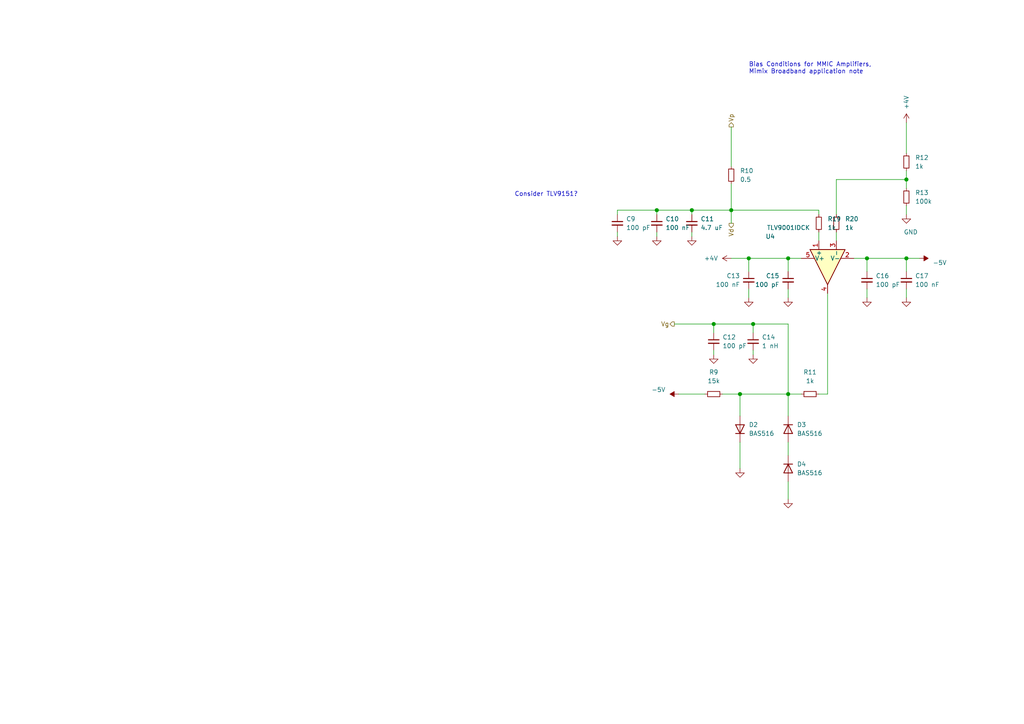
<source format=kicad_sch>
(kicad_sch (version 20210126) (generator eeschema)
  (paper "A4")
  (lib_symbols
    (symbol "Amplifier_Operational:TLV9001IDCK" (pin_names (offset 0.127))
      (property "Reference" "U" (at 7.62 2.54 0))
      (property "Value" "TLV9001IDCK" (at 11.43 -2.54 0))
      (symbol "TLV9001IDCK_0_1"
        (polyline (pts (xy -2.54 5.08) (xy -2.54 -5.08) (xy 7.62 0) (xy -2.54 5.08)) (stroke (width 0.254)) (fill (type background)))
      )
      (symbol "TLV9001IDCK_1_1"
        (pin input line (at -5.08 2.54 0) (length 2.54) (name "+") (number "1"))
        (pin power_in line (at 0 -7.62 90) (length 3.81) (name "V-") (number "2"))
        (pin input line (at -5.08 -2.54 0) (length 2.54) (name "-") (number "3"))
        (pin output line (at 10.16 0 180) (length 2.54) (name "~") (number "4"))
        (pin power_in line (at 0 7.62 270) (length 3.81) (name "V+") (number "5"))
      )
    )
    (symbol "Device:C_Small" (pin_numbers hide) (pin_names (offset 0.254) hide)
      (property "Reference" "C" (at 0.254 1.778 0))
      (property "Value" "C_Small" (at 0.254 -2.032 0))
      (symbol "C_Small_0_1"
        (polyline (pts (xy -1.524 -0.508) (xy 1.524 -0.508)) (stroke (width 0.3302)))
        (polyline (pts (xy -1.524 0.508) (xy 1.524 0.508)) (stroke (width 0.3048)))
      )
      (symbol "C_Small_1_1"
        (pin passive line (at 0 2.54 270) (length 2.032) (name "~") (number "1"))
        (pin passive line (at 0 -2.54 90) (length 2.032) (name "~") (number "2"))
      )
    )
    (symbol "Device:R_Small" (pin_numbers hide) (pin_names (offset 0.254) hide)
      (property "Reference" "R" (at 0.762 0.508 0))
      (property "Value" "R_Small" (at 0.762 -1.016 0))
      (symbol "R_Small_0_1"
        (rectangle (start -0.762 1.778) (end 0.762 -1.778) (stroke (width 0.2032)))
      )
      (symbol "R_Small_1_1"
        (pin passive line (at 0 2.54 270) (length 0.762) (name "~") (number "1"))
        (pin passive line (at 0 -2.54 90) (length 0.762) (name "~") (number "2"))
      )
    )
    (symbol "Diode:BAS516" (pin_numbers hide) (pin_names (offset 1.016) hide)
      (property "Reference" "D" (at 0 2.54 0))
      (property "Value" "BAS516" (at 0 -2.54 0))
      (symbol "BAS516_0_1"
        (polyline (pts (xy -1.27 1.27) (xy -1.27 -1.27)) (stroke (width 0.254)))
        (polyline (pts (xy 1.27 0) (xy -1.27 0)))
        (polyline (pts (xy 1.27 1.27) (xy 1.27 -1.27) (xy -1.27 0) (xy 1.27 1.27)) (stroke (width 0.254)))
      )
      (symbol "BAS516_1_1"
        (pin passive line (at -3.81 0 0) (length 2.54) (name "K") (number "1"))
        (pin passive line (at 3.81 0 180) (length 2.54) (name "A") (number "2"))
      )
    )
    (symbol "power:+4V" (power) (pin_names (offset 0))
      (property "Value" "+4V" (at 0 3.556 0))
      (symbol "+4V_0_1"
        (polyline (pts (xy -0.762 1.27) (xy 0 2.54)))
        (polyline (pts (xy 0 0) (xy 0 2.54)))
        (polyline (pts (xy 0 2.54) (xy 0.762 1.27)))
      )
      (symbol "+4V_1_1"
        (pin power_in line (at 0 0 90) (length 0) hide (name "+4V") (number "1"))
      )
    )
    (symbol "power:-5V" (power) (pin_names (offset 0))
      (property "Value" "-5V" (at 0 3.81 0))
      (symbol "-5V_0_0"
        (pin power_in line (at 0 0 90) (length 0) hide (name "-5V") (number "1"))
      )
      (symbol "-5V_0_1"
        (polyline (pts (xy 0 0) (xy 0 1.27) (xy 0.762 1.27) (xy 0 2.54) (xy -0.762 1.27) (xy 0 1.27)) (fill (type outline)))
      )
    )
    (symbol "power:GND" (power) (pin_names (offset 0))
      (property "Value" "GND" (at 0 -3.81 0))
      (symbol "GND_0_1"
        (polyline (pts (xy 0 0) (xy 0 -1.27) (xy 1.27 -1.27) (xy 0 -2.54) (xy -1.27 -1.27) (xy 0 -1.27)))
      )
      (symbol "GND_1_1"
        (pin power_in line (at 0 0 270) (length 0) hide (name "GND") (number "1"))
      )
    )
  )
  (junction (at 190.5 60.96) (diameter 1.016))
  (junction (at 200.66 60.96) (diameter 1.016))
  (junction (at 207.01 93.98) (diameter 1.016))
  (junction (at 212.09 60.96) (diameter 1.016))
  (junction (at 214.63 114.3) (diameter 1.016))
  (junction (at 217.17 74.93) (diameter 1.016))
  (junction (at 218.44 93.98) (diameter 1.016))
  (junction (at 228.6 74.93) (diameter 1.016))
  (junction (at 228.6 114.3) (diameter 1.016))
  (junction (at 251.46 74.93) (diameter 1.016))
  (junction (at 262.89 52.07) (diameter 1.016))
  (junction (at 262.89 74.93) (diameter 1.016))
  (wire (pts (xy 179.07 60.96) (xy 179.07 62.23)))
  (wire (pts (xy 179.07 60.96) (xy 190.5 60.96)))
  (wire (pts (xy 179.07 67.31) (xy 179.07 68.58)))
  (wire (pts (xy 190.5 60.96) (xy 190.5 62.23)))
  (wire (pts (xy 190.5 60.96) (xy 200.66 60.96)))
  (wire (pts (xy 190.5 67.31) (xy 190.5 68.58)))
  (wire (pts (xy 195.58 93.98) (xy 207.01 93.98)))
  (wire (pts (xy 196.85 114.3) (xy 204.47 114.3)))
  (wire (pts (xy 200.66 60.96) (xy 200.66 62.23)))
  (wire (pts (xy 200.66 60.96) (xy 212.09 60.96)))
  (wire (pts (xy 200.66 67.31) (xy 200.66 68.58)))
  (wire (pts (xy 207.01 93.98) (xy 207.01 96.52)))
  (wire (pts (xy 207.01 93.98) (xy 218.44 93.98)))
  (wire (pts (xy 207.01 101.6) (xy 207.01 102.87)))
  (wire (pts (xy 209.55 114.3) (xy 214.63 114.3)))
  (wire (pts (xy 212.09 36.83) (xy 212.09 48.26)))
  (wire (pts (xy 212.09 53.34) (xy 212.09 60.96)))
  (wire (pts (xy 212.09 60.96) (xy 212.09 64.77)))
  (wire (pts (xy 212.09 60.96) (xy 237.49 60.96)))
  (wire (pts (xy 212.09 74.93) (xy 217.17 74.93)))
  (wire (pts (xy 214.63 114.3) (xy 214.63 120.65)))
  (wire (pts (xy 214.63 114.3) (xy 228.6 114.3)))
  (wire (pts (xy 214.63 128.27) (xy 214.63 135.89)))
  (wire (pts (xy 217.17 74.93) (xy 217.17 78.74)))
  (wire (pts (xy 217.17 74.93) (xy 228.6 74.93)))
  (wire (pts (xy 217.17 83.82) (xy 217.17 86.36)))
  (wire (pts (xy 218.44 93.98) (xy 218.44 96.52)))
  (wire (pts (xy 218.44 93.98) (xy 228.6 93.98)))
  (wire (pts (xy 218.44 101.6) (xy 218.44 102.87)))
  (wire (pts (xy 228.6 74.93) (xy 228.6 78.74)))
  (wire (pts (xy 228.6 74.93) (xy 232.41 74.93)))
  (wire (pts (xy 228.6 83.82) (xy 228.6 86.36)))
  (wire (pts (xy 228.6 93.98) (xy 228.6 114.3)))
  (wire (pts (xy 228.6 114.3) (xy 228.6 120.65)))
  (wire (pts (xy 228.6 114.3) (xy 232.41 114.3)))
  (wire (pts (xy 228.6 128.27) (xy 228.6 132.08)))
  (wire (pts (xy 228.6 139.7) (xy 228.6 144.78)))
  (wire (pts (xy 237.49 60.96) (xy 237.49 62.23)))
  (wire (pts (xy 237.49 67.31) (xy 237.49 69.85)))
  (wire (pts (xy 237.49 114.3) (xy 240.03 114.3)))
  (wire (pts (xy 240.03 85.09) (xy 240.03 114.3)))
  (wire (pts (xy 242.57 52.07) (xy 242.57 62.23)))
  (wire (pts (xy 242.57 52.07) (xy 262.89 52.07)))
  (wire (pts (xy 242.57 67.31) (xy 242.57 69.85)))
  (wire (pts (xy 247.65 74.93) (xy 251.46 74.93)))
  (wire (pts (xy 251.46 74.93) (xy 251.46 78.74)))
  (wire (pts (xy 251.46 74.93) (xy 262.89 74.93)))
  (wire (pts (xy 251.46 83.82) (xy 251.46 86.36)))
  (wire (pts (xy 262.89 35.56) (xy 262.89 44.45)))
  (wire (pts (xy 262.89 49.53) (xy 262.89 52.07)))
  (wire (pts (xy 262.89 52.07) (xy 262.89 54.61)))
  (wire (pts (xy 262.89 59.69) (xy 262.89 62.23)))
  (wire (pts (xy 262.89 74.93) (xy 262.89 78.74)))
  (wire (pts (xy 262.89 83.82) (xy 262.89 86.36)))
  (wire (pts (xy 266.7 74.93) (xy 262.89 74.93)))
  (text "Consider TLV9151?" (at 167.64 57.15 180) (effects (font (size 1.27 1.27)) (justify right bottom)))
  (text "Bias Conditions for MMIC Amplifiers,\nMimix Broadband application note" (at 217.17 21.59 0) (effects (font (size 1.27 1.27)) (justify left bottom)))
  (hierarchical_label "Vg" (shape output) (at 195.58 93.98 180))
  (hierarchical_label "Vp" (shape output) (at 212.09 36.83 90))
  (hierarchical_label "Vd" (shape output) (at 212.09 64.77 270))
  (symbol (lib_id "power:-5V") (at 196.85 114.3 90)
    (property "Reference" "#PWR0134" (effects hide))
    (property "Value" "-5V" (at 193.04 113.03 90) (effects (justify left)))
  )
  (symbol (lib_id "power:+4V") (at 212.09 74.93 90)
    (property "Reference" "#PWR0124" (effects hide))
    (property "Value" "+4V" (at 208.28 74.93 90) (effects (justify left)))
  )
  (symbol (lib_id "power:+4V") (at 262.89 35.56 0)
    (property "Reference" "#PWR0138" (effects hide))
    (property "Value" "+4V" (at 262.89 31.75 90) (effects (justify left)))
  )
  (symbol (lib_id "power:-5V") (at 266.7 74.93 270)
    (property "Reference" "#PWR0140" (effects hide))
    (property "Value" "-5V" (at 270.51 76.2 90) (effects (justify left)))
  )
  (symbol (lib_id "power:GND") (at 179.07 68.58 0)
    (property "Reference" "#PWR0127" (effects hide))
    (property "Value" "GND" (effects hide))
  )
  (symbol (lib_id "power:GND") (at 190.5 68.58 0)
    (property "Reference" "#PWR0126" (effects hide))
    (property "Value" "GND" (effects hide))
  )
  (symbol (lib_id "power:GND") (at 200.66 68.58 0)
    (property "Reference" "#PWR0120" (effects hide))
    (property "Value" "GND" (effects hide))
  )
  (symbol (lib_id "power:GND") (at 207.01 102.87 0)
    (property "Reference" "#PWR0135" (effects hide))
    (property "Value" "GND" (effects hide))
  )
  (symbol (lib_id "power:GND") (at 214.63 135.89 0) (mirror y)
    (property "Reference" "#PWR0129" (effects hide))
    (property "Value" "GND" (effects hide))
  )
  (symbol (lib_id "power:GND") (at 217.17 86.36 0) (mirror y)
    (property "Reference" "#PWR0131" (effects hide))
    (property "Value" "GND" (effects hide))
  )
  (symbol (lib_id "power:GND") (at 218.44 102.87 0)
    (property "Reference" "#PWR0133" (effects hide))
    (property "Value" "GND" (effects hide))
  )
  (symbol (lib_id "power:GND") (at 228.6 86.36 0) (mirror y)
    (property "Reference" "#PWR0132" (effects hide))
    (property "Value" "GND" (effects hide))
  )
  (symbol (lib_id "power:GND") (at 228.6 144.78 0) (mirror y)
    (property "Reference" "#PWR0130" (effects hide))
    (property "Value" "GND" (effects hide))
  )
  (symbol (lib_id "power:GND") (at 251.46 86.36 0)
    (property "Reference" "#PWR0136" (effects hide))
    (property "Value" "GND" (effects hide))
  )
  (symbol (lib_id "power:GND") (at 262.89 62.23 0)
    (property "Reference" "#PWR0137" (effects hide))
    (property "Value" "GND" (at 264.16 67.31 0))
  )
  (symbol (lib_id "power:GND") (at 262.89 86.36 0)
    (property "Reference" "#PWR0139" (effects hide))
    (property "Value" "GND" (effects hide))
  )
  (symbol (lib_id "Device:R_Small") (at 207.01 114.3 90)
    (property "Reference" "R9" (at 207.01 107.95 90))
    (property "Value" "15k" (at 207.01 110.49 90))
    (property "Footprint" "Resistor_SMD:R_0402_1005Metric" (effects hide))
  )
  (symbol (lib_id "Device:R_Small") (at 212.09 50.8 0)
    (property "Reference" "R10" (at 214.63 49.53 0) (effects (justify left)))
    (property "Value" "0.5" (at 214.63 52.07 0) (effects (justify left)))
    (property "Footprint" "Resistor_SMD:R_0603_1608Metric" (effects hide))
  )
  (symbol (lib_id "Device:R_Small") (at 234.95 114.3 90)
    (property "Reference" "R11" (at 234.95 107.95 90))
    (property "Value" "1k" (at 234.95 110.49 90))
    (property "Footprint" "Resistor_SMD:R_0402_1005Metric" (effects hide))
  )
  (symbol (lib_id "Device:R_Small") (at 237.49 64.77 0)
    (property "Reference" "R19" (at 240.03 63.5 0) (effects (justify left)))
    (property "Value" "1k" (at 240.03 66.04 0) (effects (justify left)))
    (property "Footprint" "Resistor_SMD:R_0402_1005Metric" (effects hide))
  )
  (symbol (lib_id "Device:R_Small") (at 242.57 64.77 0)
    (property "Reference" "R20" (at 245.11 63.5 0) (effects (justify left)))
    (property "Value" "1k" (at 245.11 66.04 0) (effects (justify left)))
    (property "Footprint" "Resistor_SMD:R_0402_1005Metric" (effects hide))
  )
  (symbol (lib_id "Device:R_Small") (at 262.89 46.99 0)
    (property "Reference" "R12" (at 265.43 45.72 0) (effects (justify left)))
    (property "Value" "1k" (at 265.43 48.26 0) (effects (justify left)))
    (property "Footprint" "Resistor_SMD:R_0402_1005Metric" (effects hide))
  )
  (symbol (lib_id "Device:R_Small") (at 262.89 57.15 0)
    (property "Reference" "R13" (at 265.43 55.88 0) (effects (justify left)))
    (property "Value" "100k" (at 265.43 58.42 0) (effects (justify left)))
    (property "Footprint" "Resistor_SMD:R_0402_1005Metric" (effects hide))
  )
  (symbol (lib_id "Device:C_Small") (at 179.07 64.77 0)
    (property "Reference" "C9" (at 181.61 63.5 0) (effects (justify left)))
    (property "Value" "100 pF" (at 181.61 66.04 0) (effects (justify left)))
    (property "Footprint" "Capacitor_SMD:C_0402_1005Metric" (effects hide))
  )
  (symbol (lib_id "Device:C_Small") (at 190.5 64.77 0)
    (property "Reference" "C10" (at 193.04 63.5 0) (effects (justify left)))
    (property "Value" "100 nF" (at 193.04 66.04 0) (effects (justify left)))
    (property "Footprint" "Capacitor_SMD:C_0402_1005Metric" (effects hide))
  )
  (symbol (lib_id "Device:C_Small") (at 200.66 64.77 0)
    (property "Reference" "C11" (at 203.2 63.5 0) (effects (justify left)))
    (property "Value" "4.7 uF" (at 203.2 66.04 0) (effects (justify left)))
    (property "Footprint" "Capacitor_SMD:C_0603_1608Metric" (effects hide))
  )
  (symbol (lib_id "Device:C_Small") (at 207.01 99.06 0)
    (property "Reference" "C12" (at 209.55 97.79 0) (effects (justify left)))
    (property "Value" "100 pF" (at 209.55 100.33 0) (effects (justify left)))
    (property "Footprint" "Capacitor_SMD:C_0402_1005Metric" (effects hide))
  )
  (symbol (lib_id "Device:C_Small") (at 217.17 81.28 0) (mirror y)
    (property "Reference" "C13" (at 214.63 80.01 0) (effects (justify left)))
    (property "Value" "100 nF" (at 214.63 82.55 0) (effects (justify left)))
    (property "Footprint" "Capacitor_SMD:C_0402_1005Metric" (effects hide))
  )
  (symbol (lib_id "Device:C_Small") (at 218.44 99.06 0)
    (property "Reference" "C14" (at 220.98 97.79 0) (effects (justify left)))
    (property "Value" "1 nH" (at 220.98 100.33 0) (effects (justify left)))
    (property "Footprint" "Capacitor_SMD:C_0402_1005Metric" (effects hide))
  )
  (symbol (lib_id "Device:C_Small") (at 228.6 81.28 0) (mirror y)
    (property "Reference" "C15" (at 226.06 80.01 0) (effects (justify left)))
    (property "Value" "100 pF" (at 226.06 82.55 0) (effects (justify left)))
    (property "Footprint" "Capacitor_SMD:C_0402_1005Metric" (effects hide))
  )
  (symbol (lib_id "Device:C_Small") (at 251.46 81.28 0)
    (property "Reference" "C16" (at 254 80.01 0) (effects (justify left)))
    (property "Value" "100 pF" (at 254 82.55 0) (effects (justify left)))
    (property "Footprint" "Capacitor_SMD:C_0402_1005Metric" (effects hide))
  )
  (symbol (lib_id "Device:C_Small") (at 262.89 81.28 0)
    (property "Reference" "C17" (at 265.43 80.01 0) (effects (justify left)))
    (property "Value" "100 nF" (at 265.43 82.55 0) (effects (justify left)))
    (property "Footprint" "Capacitor_SMD:C_0402_1005Metric" (effects hide))
  )
  (symbol (lib_id "Diode:BAS516") (at 214.63 124.46 90)
    (property "Reference" "D2" (at 217.17 123.19 90) (effects (justify right)))
    (property "Value" "BAS516" (at 217.17 125.73 90) (effects (justify right)))
    (property "Footprint" "Diode_SMD:D_SOD-523" (effects hide))
    (property "Datasheet" "https://assets.nexperia.com/documents/data-sheet/BAS16_SER.pdf" (effects hide))
  )
  (symbol (lib_id "Diode:BAS516") (at 228.6 124.46 270)
    (property "Reference" "D3" (at 231.14 123.19 90) (effects (justify left)))
    (property "Value" "BAS516" (at 231.14 125.73 90) (effects (justify left)))
    (property "Footprint" "Diode_SMD:D_SOD-523" (effects hide))
    (property "Datasheet" "https://assets.nexperia.com/documents/data-sheet/BAS16_SER.pdf" (effects hide))
  )
  (symbol (lib_id "Diode:BAS516") (at 228.6 135.89 270)
    (property "Reference" "D4" (at 231.14 134.62 90) (effects (justify left)))
    (property "Value" "BAS516" (at 231.14 137.16 90) (effects (justify left)))
    (property "Footprint" "Diode_SMD:D_SOD-523" (effects hide))
    (property "Datasheet" "https://assets.nexperia.com/documents/data-sheet/BAS16_SER.pdf" (effects hide))
  )
  (symbol (lib_id "Amplifier_Operational:TLV9001IDCK") (at 240.03 74.93 90) (mirror x)
    (property "Reference" "U4" (at 224.79 68.58 90) (effects (justify left)))
    (property "Value" "TLV9001IDCK" (at 234.95 66.04 90) (effects (justify left)))
    (property "Footprint" "Package_TO_SOT_SMD:SOT-353_SC-70-5" (effects hide))
    (property "Datasheet" "https://www.ti.com/lit/ds/symlink/tlv9001.pdf" (effects hide))
  )
)
</source>
